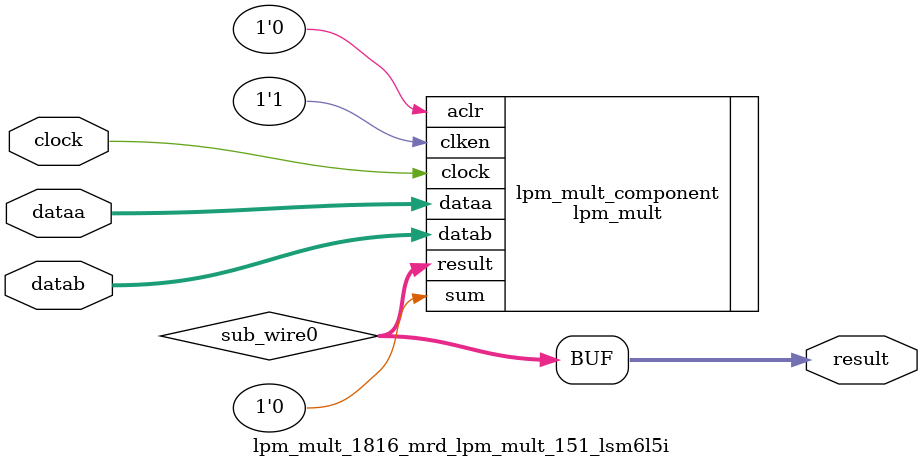
<source format=v>


`timescale 1 ps / 1 ps
// synopsys translate_on
module  lpm_mult_1816_mrd_lpm_mult_151_lsm6l5i  (
            clock,
            dataa,
            datab,
            result);

            input  clock;
            input [17:0] dataa;
            input [15:0] datab;
            output [33:0] result;

            wire [33:0] sub_wire0;
            wire [33:0] result = sub_wire0[33:0];    

            lpm_mult        lpm_mult_component (
                                        .clock (clock),
                                        .dataa (dataa),
                                        .datab (datab),
                                        .result (sub_wire0),
                                        .aclr (1'b0),
                                        .clken (1'b1),
                                        .sum (1'b0));
            defparam
                    lpm_mult_component.lpm_hint = "DEDICATED_MULTIPLIER_CIRCUITRY=YES,MAXIMIZE_SPEED=9",
                    lpm_mult_component.lpm_pipeline = 2,
                    lpm_mult_component.lpm_representation = "SIGNED",
                    lpm_mult_component.lpm_type = "LPM_MULT",
                    lpm_mult_component.lpm_widtha = 18,
                    lpm_mult_component.lpm_widthb = 16,
                    lpm_mult_component.lpm_widthp = 34;


endmodule



</source>
